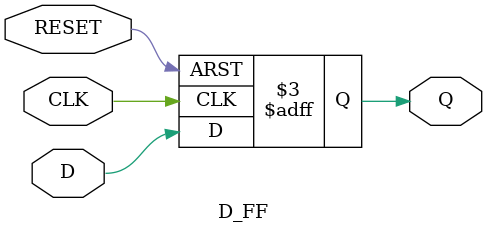
<source format=v>
module D_FF(CLK, RESET, D, Q);
	parameter n=1;
	input 	CLK, RESET;
	input 	[n-1:0]D;
	output	reg[n-1:0]Q;
	
	always @(posedge CLK or negedge RESET) begin
		if (!RESET) Q<=0;
		else if (CLK) Q<=D;
	end
endmodule
</source>
